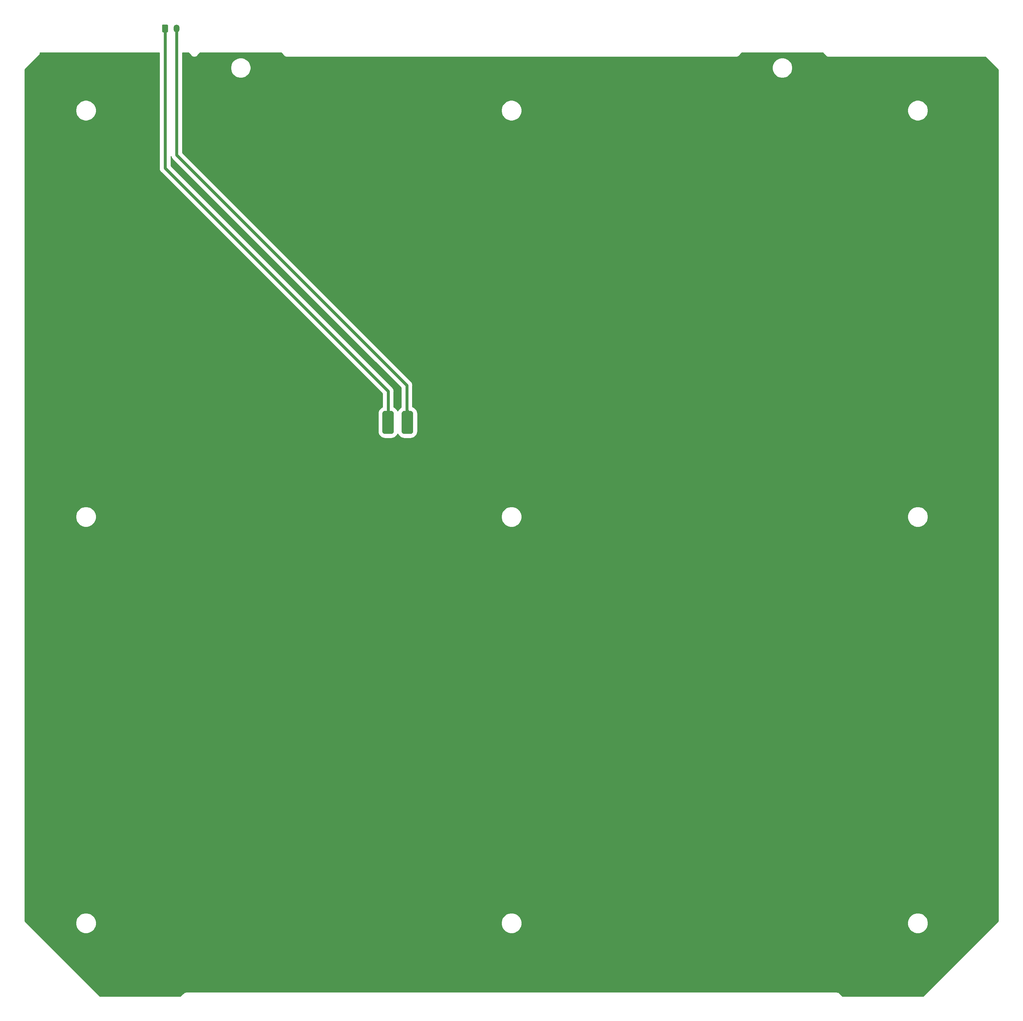
<source format=gbr>
%TF.GenerationSoftware,KiCad,Pcbnew,5.1.5*%
%TF.CreationDate,2020-05-06T17:45:38-07:00*%
%TF.ProjectId,Heatbed-MK52,48656174-6265-4642-9d4d-4b35322e6b69,rev?*%
%TF.SameCoordinates,Original*%
%TF.FileFunction,Copper,L2,Bot*%
%TF.FilePolarity,Positive*%
%FSLAX46Y46*%
G04 Gerber Fmt 4.6, Leading zero omitted, Abs format (unit mm)*
G04 Created by KiCad (PCBNEW 5.1.5) date 2020-05-06 17:45:38*
%MOMM*%
%LPD*%
G04 APERTURE LIST*
%TA.AperFunction,ComponentPad*%
%ADD10C,0.100000*%
%TD*%
%TA.AperFunction,ComponentPad*%
%ADD11O,1.500000X2.020000*%
%TD*%
%TA.AperFunction,SMDPad,CuDef*%
%ADD12C,0.100000*%
%TD*%
%TA.AperFunction,Conductor*%
%ADD13C,0.766000*%
%TD*%
%TA.AperFunction,NonConductor*%
%ADD14C,0.254000*%
%TD*%
G04 APERTURE END LIST*
%TA.AperFunction,ComponentPad*%
D10*
%TO.P,J1,1*%
%TO.N,Net-(J1-Pad1)*%
G36*
X37994504Y242198796D02*
G01*
X38018773Y242195196D01*
X38042571Y242189235D01*
X38065671Y242180970D01*
X38087849Y242170480D01*
X38108893Y242157867D01*
X38128598Y242143253D01*
X38146777Y242126777D01*
X38163253Y242108598D01*
X38177867Y242088893D01*
X38190480Y242067849D01*
X38200970Y242045671D01*
X38209235Y242022571D01*
X38215196Y241998773D01*
X38218796Y241974504D01*
X38220000Y241950000D01*
X38220000Y240430000D01*
X38218796Y240405496D01*
X38215196Y240381227D01*
X38209235Y240357429D01*
X38200970Y240334329D01*
X38190480Y240312151D01*
X38177867Y240291107D01*
X38163253Y240271402D01*
X38146777Y240253223D01*
X38128598Y240236747D01*
X38108893Y240222133D01*
X38087849Y240209520D01*
X38065671Y240199030D01*
X38042571Y240190765D01*
X38018773Y240184804D01*
X37994504Y240181204D01*
X37970000Y240180000D01*
X36970000Y240180000D01*
X36945496Y240181204D01*
X36921227Y240184804D01*
X36897429Y240190765D01*
X36874329Y240199030D01*
X36852151Y240209520D01*
X36831107Y240222133D01*
X36811402Y240236747D01*
X36793223Y240253223D01*
X36776747Y240271402D01*
X36762133Y240291107D01*
X36749520Y240312151D01*
X36739030Y240334329D01*
X36730765Y240357429D01*
X36724804Y240381227D01*
X36721204Y240405496D01*
X36720000Y240430000D01*
X36720000Y241950000D01*
X36721204Y241974504D01*
X36724804Y241998773D01*
X36730765Y242022571D01*
X36739030Y242045671D01*
X36749520Y242067849D01*
X36762133Y242088893D01*
X36776747Y242108598D01*
X36793223Y242126777D01*
X36811402Y242143253D01*
X36831107Y242157867D01*
X36852151Y242170480D01*
X36874329Y242180970D01*
X36897429Y242189235D01*
X36921227Y242195196D01*
X36945496Y242198796D01*
X36970000Y242200000D01*
X37970000Y242200000D01*
X37994504Y242198796D01*
G37*
%TD.AperFunction*%
D11*
%TO.P,J1,2*%
%TO.N,Net-(J1-Pad2)*%
X40470000Y241190000D03*
%TD*%
%TA.AperFunction,SMDPad,CuDef*%
D12*
%TO.P,J2,1*%
%TO.N,Net-(J1-Pad1)*%
G36*
X95923513Y142396389D02*
G01*
X95996318Y142385589D01*
X96067714Y142367705D01*
X96137013Y142342910D01*
X96203548Y142311441D01*
X96266678Y142273602D01*
X96325795Y142229758D01*
X96380330Y142180330D01*
X96429758Y142125795D01*
X96473602Y142066678D01*
X96511441Y142003548D01*
X96542910Y141937013D01*
X96567705Y141867714D01*
X96585589Y141796318D01*
X96596389Y141723513D01*
X96600000Y141650000D01*
X96600000Y137150000D01*
X96596389Y137076487D01*
X96585589Y137003682D01*
X96567705Y136932286D01*
X96542910Y136862987D01*
X96511441Y136796452D01*
X96473602Y136733322D01*
X96429758Y136674205D01*
X96380330Y136619670D01*
X96325795Y136570242D01*
X96266678Y136526398D01*
X96203548Y136488559D01*
X96137013Y136457090D01*
X96067714Y136432295D01*
X95996318Y136414411D01*
X95923513Y136403611D01*
X95850000Y136400000D01*
X94350000Y136400000D01*
X94276487Y136403611D01*
X94203682Y136414411D01*
X94132286Y136432295D01*
X94062987Y136457090D01*
X93996452Y136488559D01*
X93933322Y136526398D01*
X93874205Y136570242D01*
X93819670Y136619670D01*
X93770242Y136674205D01*
X93726398Y136733322D01*
X93688559Y136796452D01*
X93657090Y136862987D01*
X93632295Y136932286D01*
X93614411Y137003682D01*
X93603611Y137076487D01*
X93600000Y137150000D01*
X93600000Y141650000D01*
X93603611Y141723513D01*
X93614411Y141796318D01*
X93632295Y141867714D01*
X93657090Y141937013D01*
X93688559Y142003548D01*
X93726398Y142066678D01*
X93770242Y142125795D01*
X93819670Y142180330D01*
X93874205Y142229758D01*
X93933322Y142273602D01*
X93996452Y142311441D01*
X94062987Y142342910D01*
X94132286Y142367705D01*
X94203682Y142385589D01*
X94276487Y142396389D01*
X94350000Y142400000D01*
X95850000Y142400000D01*
X95923513Y142396389D01*
G37*
%TD.AperFunction*%
%TA.AperFunction,SMDPad,CuDef*%
%TO.P,J2,2*%
%TO.N,Net-(J1-Pad2)*%
G36*
X100923513Y142396389D02*
G01*
X100996318Y142385589D01*
X101067714Y142367705D01*
X101137013Y142342910D01*
X101203548Y142311441D01*
X101266678Y142273602D01*
X101325795Y142229758D01*
X101380330Y142180330D01*
X101429758Y142125795D01*
X101473602Y142066678D01*
X101511441Y142003548D01*
X101542910Y141937013D01*
X101567705Y141867714D01*
X101585589Y141796318D01*
X101596389Y141723513D01*
X101600000Y141650000D01*
X101600000Y137150000D01*
X101596389Y137076487D01*
X101585589Y137003682D01*
X101567705Y136932286D01*
X101542910Y136862987D01*
X101511441Y136796452D01*
X101473602Y136733322D01*
X101429758Y136674205D01*
X101380330Y136619670D01*
X101325795Y136570242D01*
X101266678Y136526398D01*
X101203548Y136488559D01*
X101137013Y136457090D01*
X101067714Y136432295D01*
X100996318Y136414411D01*
X100923513Y136403611D01*
X100850000Y136400000D01*
X99350000Y136400000D01*
X99276487Y136403611D01*
X99203682Y136414411D01*
X99132286Y136432295D01*
X99062987Y136457090D01*
X98996452Y136488559D01*
X98933322Y136526398D01*
X98874205Y136570242D01*
X98819670Y136619670D01*
X98770242Y136674205D01*
X98726398Y136733322D01*
X98688559Y136796452D01*
X98657090Y136862987D01*
X98632295Y136932286D01*
X98614411Y137003682D01*
X98603611Y137076487D01*
X98600000Y137150000D01*
X98600000Y141650000D01*
X98603611Y141723513D01*
X98614411Y141796318D01*
X98632295Y141867714D01*
X98657090Y141937013D01*
X98688559Y142003548D01*
X98726398Y142066678D01*
X98770242Y142125795D01*
X98819670Y142180330D01*
X98874205Y142229758D01*
X98933322Y142273602D01*
X98996452Y142311441D01*
X99062987Y142342910D01*
X99132286Y142367705D01*
X99203682Y142385589D01*
X99276487Y142396389D01*
X99350000Y142400000D01*
X100850000Y142400000D01*
X100923513Y142396389D01*
G37*
%TD.AperFunction*%
%TD*%
D13*
%TO.N,Net-(J1-Pad1)*%
X95100000Y139400000D02*
X95100000Y147470000D01*
X37470000Y205100000D02*
X37470000Y241190000D01*
X95100000Y147470000D02*
X37470000Y205100000D01*
%TO.N,Net-(J1-Pad2)*%
X100100000Y142400000D02*
X99930000Y142570000D01*
X100100000Y139400000D02*
X100100000Y142400000D01*
X99930000Y142570000D02*
X99930000Y148990000D01*
X40470000Y208450000D02*
X40470000Y241190000D01*
X99930000Y148990000D02*
X40470000Y208450000D01*
%TD*%
D14*
G36*
X35960000Y205174170D02*
G01*
X35952695Y205100000D01*
X35960000Y205025830D01*
X35960000Y205025823D01*
X35981849Y204803989D01*
X36068192Y204519353D01*
X36208406Y204257031D01*
X36397103Y204027103D01*
X36454721Y203979817D01*
X93590001Y146844536D01*
X93590000Y143367985D01*
X93304165Y143215202D01*
X93018905Y142981095D01*
X92784798Y142695835D01*
X92610840Y142370384D01*
X92503718Y142017248D01*
X92467547Y141650000D01*
X92467547Y137150000D01*
X92503718Y136782752D01*
X92610840Y136429616D01*
X92784798Y136104165D01*
X93018905Y135818905D01*
X93304165Y135584798D01*
X93629616Y135410840D01*
X93982752Y135303718D01*
X94350000Y135267547D01*
X95850000Y135267547D01*
X96217248Y135303718D01*
X96570384Y135410840D01*
X96895835Y135584798D01*
X97181095Y135818905D01*
X97415202Y136104165D01*
X97589160Y136429616D01*
X97600000Y136465351D01*
X97610840Y136429616D01*
X97784798Y136104165D01*
X98018905Y135818905D01*
X98304165Y135584798D01*
X98629616Y135410840D01*
X98982752Y135303718D01*
X99350000Y135267547D01*
X100850000Y135267547D01*
X101217248Y135303718D01*
X101570384Y135410840D01*
X101895835Y135584798D01*
X102181095Y135818905D01*
X102415202Y136104165D01*
X102589160Y136429616D01*
X102696282Y136782752D01*
X102732453Y137150000D01*
X102732453Y141650000D01*
X102696282Y142017248D01*
X102589160Y142370384D01*
X102415202Y142695835D01*
X102181095Y142981095D01*
X101895835Y143215202D01*
X101570384Y143389160D01*
X101440000Y143428711D01*
X101440000Y148915830D01*
X101447305Y148990001D01*
X101440000Y149064172D01*
X101440000Y149064178D01*
X101418151Y149286012D01*
X101331808Y149570648D01*
X101191594Y149832970D01*
X101002897Y150062897D01*
X100945279Y150110183D01*
X41980000Y209075462D01*
X41980000Y220263662D01*
X124323000Y220263662D01*
X124323000Y219736338D01*
X124425875Y219219148D01*
X124627673Y218731965D01*
X124920638Y218293512D01*
X125293512Y217920638D01*
X125731965Y217627673D01*
X126219148Y217425875D01*
X126736338Y217323000D01*
X127263662Y217323000D01*
X127780852Y217425875D01*
X128268035Y217627673D01*
X128706488Y217920638D01*
X129079362Y218293512D01*
X129372327Y218731965D01*
X129574125Y219219148D01*
X129677000Y219736338D01*
X129677000Y220263662D01*
X229323000Y220263662D01*
X229323000Y219736338D01*
X229425875Y219219148D01*
X229627673Y218731965D01*
X229920638Y218293512D01*
X230293512Y217920638D01*
X230731965Y217627673D01*
X231219148Y217425875D01*
X231736338Y217323000D01*
X232263662Y217323000D01*
X232780852Y217425875D01*
X233268035Y217627673D01*
X233706488Y217920638D01*
X234079362Y218293512D01*
X234372327Y218731965D01*
X234574125Y219219148D01*
X234677000Y219736338D01*
X234677000Y220263662D01*
X234574125Y220780852D01*
X234372327Y221268035D01*
X234079362Y221706488D01*
X233706488Y222079362D01*
X233268035Y222372327D01*
X232780852Y222574125D01*
X232263662Y222677000D01*
X231736338Y222677000D01*
X231219148Y222574125D01*
X230731965Y222372327D01*
X230293512Y222079362D01*
X229920638Y221706488D01*
X229627673Y221268035D01*
X229425875Y220780852D01*
X229323000Y220263662D01*
X129677000Y220263662D01*
X129574125Y220780852D01*
X129372327Y221268035D01*
X129079362Y221706488D01*
X128706488Y222079362D01*
X128268035Y222372327D01*
X127780852Y222574125D01*
X127263662Y222677000D01*
X126736338Y222677000D01*
X126219148Y222574125D01*
X125731965Y222372327D01*
X125293512Y222079362D01*
X124920638Y221706488D01*
X124627673Y221268035D01*
X124425875Y220780852D01*
X124323000Y220263662D01*
X41980000Y220263662D01*
X41980000Y231258737D01*
X54373000Y231258737D01*
X54373000Y230741263D01*
X54473954Y230233732D01*
X54671983Y229755649D01*
X54959476Y229325385D01*
X55325385Y228959476D01*
X55755649Y228671983D01*
X56233732Y228473954D01*
X56741263Y228373000D01*
X57258737Y228373000D01*
X57766268Y228473954D01*
X58244351Y228671983D01*
X58674615Y228959476D01*
X59040524Y229325385D01*
X59328017Y229755649D01*
X59526046Y230233732D01*
X59627000Y230741263D01*
X59627000Y231258737D01*
X194373000Y231258737D01*
X194373000Y230741263D01*
X194473954Y230233732D01*
X194671983Y229755649D01*
X194959476Y229325385D01*
X195325385Y228959476D01*
X195755649Y228671983D01*
X196233732Y228473954D01*
X196741263Y228373000D01*
X197258737Y228373000D01*
X197766268Y228473954D01*
X198244351Y228671983D01*
X198674615Y228959476D01*
X199040524Y229325385D01*
X199328017Y229755649D01*
X199526046Y230233732D01*
X199627000Y230741263D01*
X199627000Y231258737D01*
X199526046Y231766268D01*
X199328017Y232244351D01*
X199040524Y232674615D01*
X198674615Y233040524D01*
X198244351Y233328017D01*
X197766268Y233526046D01*
X197258737Y233627000D01*
X196741263Y233627000D01*
X196233732Y233526046D01*
X195755649Y233328017D01*
X195325385Y233040524D01*
X194959476Y232674615D01*
X194671983Y232244351D01*
X194473954Y231766268D01*
X194373000Y231258737D01*
X59627000Y231258737D01*
X59526046Y231766268D01*
X59328017Y232244351D01*
X59040524Y232674615D01*
X58674615Y233040524D01*
X58244351Y233328017D01*
X57766268Y233526046D01*
X57258737Y233627000D01*
X56741263Y233627000D01*
X56233732Y233526046D01*
X55755649Y233328017D01*
X55325385Y233040524D01*
X54959476Y232674615D01*
X54671983Y232244351D01*
X54473954Y231766268D01*
X54373000Y231258737D01*
X41980000Y231258737D01*
X41980000Y234873000D01*
X43462471Y234873000D01*
X44126866Y234208604D01*
X44163710Y234163710D01*
X44208603Y234126867D01*
X44208614Y234126856D01*
X44342930Y234016626D01*
X44547402Y233907334D01*
X44769268Y233840031D01*
X45000000Y233817306D01*
X45230732Y233840031D01*
X45452598Y233907334D01*
X45657070Y234016626D01*
X45836291Y234163709D01*
X45873151Y234208623D01*
X46537528Y234873000D01*
X67462471Y234873000D01*
X67922487Y234412984D01*
X67974851Y234315017D01*
X68128183Y234128183D01*
X68315017Y233974851D01*
X68528176Y233860916D01*
X68759466Y233790755D01*
X68939732Y233773000D01*
X185060268Y233773000D01*
X185240534Y233790755D01*
X185471824Y233860916D01*
X185684983Y233974851D01*
X185871817Y234128183D01*
X186025149Y234315017D01*
X186077514Y234412986D01*
X186537528Y234873000D01*
X207462471Y234873000D01*
X207922487Y234412984D01*
X207974851Y234315017D01*
X208128183Y234128183D01*
X208315017Y233974851D01*
X208528176Y233860916D01*
X208759466Y233790755D01*
X208939732Y233773000D01*
X249491761Y233773000D01*
X252773001Y230491759D01*
X252773000Y10508240D01*
X233391761Y-8873000D01*
X212608239Y-8873000D01*
X211910239Y-8175000D01*
X211871817Y-8128183D01*
X211684983Y-7974851D01*
X211471824Y-7860916D01*
X211240534Y-7790755D01*
X211060268Y-7773000D01*
X211060260Y-7773000D01*
X211000000Y-7767065D01*
X210939740Y-7773000D01*
X43060259Y-7773000D01*
X42999999Y-7767065D01*
X42939739Y-7773000D01*
X42939732Y-7773000D01*
X42759466Y-7790755D01*
X42528176Y-7860916D01*
X42315017Y-7974851D01*
X42128183Y-8128183D01*
X42089765Y-8174995D01*
X41391760Y-8873000D01*
X20608240Y-8873000D01*
X1471578Y10263662D01*
X14323000Y10263662D01*
X14323000Y9736338D01*
X14425875Y9219148D01*
X14627673Y8731965D01*
X14920638Y8293512D01*
X15293512Y7920638D01*
X15731965Y7627673D01*
X16219148Y7425875D01*
X16736338Y7323000D01*
X17263662Y7323000D01*
X17780852Y7425875D01*
X18268035Y7627673D01*
X18706488Y7920638D01*
X19079362Y8293512D01*
X19372327Y8731965D01*
X19574125Y9219148D01*
X19677000Y9736338D01*
X19677000Y10263662D01*
X124323000Y10263662D01*
X124323000Y9736338D01*
X124425875Y9219148D01*
X124627673Y8731965D01*
X124920638Y8293512D01*
X125293512Y7920638D01*
X125731965Y7627673D01*
X126219148Y7425875D01*
X126736338Y7323000D01*
X127263662Y7323000D01*
X127780852Y7425875D01*
X128268035Y7627673D01*
X128706488Y7920638D01*
X129079362Y8293512D01*
X129372327Y8731965D01*
X129574125Y9219148D01*
X129677000Y9736338D01*
X129677000Y10263662D01*
X229323000Y10263662D01*
X229323000Y9736338D01*
X229425875Y9219148D01*
X229627673Y8731965D01*
X229920638Y8293512D01*
X230293512Y7920638D01*
X230731965Y7627673D01*
X231219148Y7425875D01*
X231736338Y7323000D01*
X232263662Y7323000D01*
X232780852Y7425875D01*
X233268035Y7627673D01*
X233706488Y7920638D01*
X234079362Y8293512D01*
X234372327Y8731965D01*
X234574125Y9219148D01*
X234677000Y9736338D01*
X234677000Y10263662D01*
X234574125Y10780852D01*
X234372327Y11268035D01*
X234079362Y11706488D01*
X233706488Y12079362D01*
X233268035Y12372327D01*
X232780852Y12574125D01*
X232263662Y12677000D01*
X231736338Y12677000D01*
X231219148Y12574125D01*
X230731965Y12372327D01*
X230293512Y12079362D01*
X229920638Y11706488D01*
X229627673Y11268035D01*
X229425875Y10780852D01*
X229323000Y10263662D01*
X129677000Y10263662D01*
X129574125Y10780852D01*
X129372327Y11268035D01*
X129079362Y11706488D01*
X128706488Y12079362D01*
X128268035Y12372327D01*
X127780852Y12574125D01*
X127263662Y12677000D01*
X126736338Y12677000D01*
X126219148Y12574125D01*
X125731965Y12372327D01*
X125293512Y12079362D01*
X124920638Y11706488D01*
X124627673Y11268035D01*
X124425875Y10780852D01*
X124323000Y10263662D01*
X19677000Y10263662D01*
X19574125Y10780852D01*
X19372327Y11268035D01*
X19079362Y11706488D01*
X18706488Y12079362D01*
X18268035Y12372327D01*
X17780852Y12574125D01*
X17263662Y12677000D01*
X16736338Y12677000D01*
X16219148Y12574125D01*
X15731965Y12372327D01*
X15293512Y12079362D01*
X14920638Y11706488D01*
X14627673Y11268035D01*
X14425875Y10780852D01*
X14323000Y10263662D01*
X1471578Y10263662D01*
X1227000Y10508239D01*
X1227000Y115263662D01*
X14323000Y115263662D01*
X14323000Y114736338D01*
X14425875Y114219148D01*
X14627673Y113731965D01*
X14920638Y113293512D01*
X15293512Y112920638D01*
X15731965Y112627673D01*
X16219148Y112425875D01*
X16736338Y112323000D01*
X17263662Y112323000D01*
X17780852Y112425875D01*
X18268035Y112627673D01*
X18706488Y112920638D01*
X19079362Y113293512D01*
X19372327Y113731965D01*
X19574125Y114219148D01*
X19677000Y114736338D01*
X19677000Y115263662D01*
X124323000Y115263662D01*
X124323000Y114736338D01*
X124425875Y114219148D01*
X124627673Y113731965D01*
X124920638Y113293512D01*
X125293512Y112920638D01*
X125731965Y112627673D01*
X126219148Y112425875D01*
X126736338Y112323000D01*
X127263662Y112323000D01*
X127780852Y112425875D01*
X128268035Y112627673D01*
X128706488Y112920638D01*
X129079362Y113293512D01*
X129372327Y113731965D01*
X129574125Y114219148D01*
X129677000Y114736338D01*
X129677000Y115263662D01*
X229323000Y115263662D01*
X229323000Y114736338D01*
X229425875Y114219148D01*
X229627673Y113731965D01*
X229920638Y113293512D01*
X230293512Y112920638D01*
X230731965Y112627673D01*
X231219148Y112425875D01*
X231736338Y112323000D01*
X232263662Y112323000D01*
X232780852Y112425875D01*
X233268035Y112627673D01*
X233706488Y112920638D01*
X234079362Y113293512D01*
X234372327Y113731965D01*
X234574125Y114219148D01*
X234677000Y114736338D01*
X234677000Y115263662D01*
X234574125Y115780852D01*
X234372327Y116268035D01*
X234079362Y116706488D01*
X233706488Y117079362D01*
X233268035Y117372327D01*
X232780852Y117574125D01*
X232263662Y117677000D01*
X231736338Y117677000D01*
X231219148Y117574125D01*
X230731965Y117372327D01*
X230293512Y117079362D01*
X229920638Y116706488D01*
X229627673Y116268035D01*
X229425875Y115780852D01*
X229323000Y115263662D01*
X129677000Y115263662D01*
X129574125Y115780852D01*
X129372327Y116268035D01*
X129079362Y116706488D01*
X128706488Y117079362D01*
X128268035Y117372327D01*
X127780852Y117574125D01*
X127263662Y117677000D01*
X126736338Y117677000D01*
X126219148Y117574125D01*
X125731965Y117372327D01*
X125293512Y117079362D01*
X124920638Y116706488D01*
X124627673Y116268035D01*
X124425875Y115780852D01*
X124323000Y115263662D01*
X19677000Y115263662D01*
X19574125Y115780852D01*
X19372327Y116268035D01*
X19079362Y116706488D01*
X18706488Y117079362D01*
X18268035Y117372327D01*
X17780852Y117574125D01*
X17263662Y117677000D01*
X16736338Y117677000D01*
X16219148Y117574125D01*
X15731965Y117372327D01*
X15293512Y117079362D01*
X14920638Y116706488D01*
X14627673Y116268035D01*
X14425875Y115780852D01*
X14323000Y115263662D01*
X1227000Y115263662D01*
X1227000Y220263662D01*
X14323000Y220263662D01*
X14323000Y219736338D01*
X14425875Y219219148D01*
X14627673Y218731965D01*
X14920638Y218293512D01*
X15293512Y217920638D01*
X15731965Y217627673D01*
X16219148Y217425875D01*
X16736338Y217323000D01*
X17263662Y217323000D01*
X17780852Y217425875D01*
X18268035Y217627673D01*
X18706488Y217920638D01*
X19079362Y218293512D01*
X19372327Y218731965D01*
X19574125Y219219148D01*
X19677000Y219736338D01*
X19677000Y220263662D01*
X19574125Y220780852D01*
X19372327Y221268035D01*
X19079362Y221706488D01*
X18706488Y222079362D01*
X18268035Y222372327D01*
X17780852Y222574125D01*
X17263662Y222677000D01*
X16736338Y222677000D01*
X16219148Y222574125D01*
X15731965Y222372327D01*
X15293512Y222079362D01*
X14920638Y221706488D01*
X14627673Y221268035D01*
X14425875Y220780852D01*
X14323000Y220263662D01*
X1227000Y220263662D01*
X1227000Y230562472D01*
X4791386Y234126857D01*
X4836291Y234163709D01*
X4983374Y234342930D01*
X5092667Y234547403D01*
X5159969Y234769268D01*
X5170186Y234873000D01*
X35960001Y234873000D01*
X35960000Y205174170D01*
G37*
X35960000Y205174170D02*
X35952695Y205100000D01*
X35960000Y205025830D01*
X35960000Y205025823D01*
X35981849Y204803989D01*
X36068192Y204519353D01*
X36208406Y204257031D01*
X36397103Y204027103D01*
X36454721Y203979817D01*
X93590001Y146844536D01*
X93590000Y143367985D01*
X93304165Y143215202D01*
X93018905Y142981095D01*
X92784798Y142695835D01*
X92610840Y142370384D01*
X92503718Y142017248D01*
X92467547Y141650000D01*
X92467547Y137150000D01*
X92503718Y136782752D01*
X92610840Y136429616D01*
X92784798Y136104165D01*
X93018905Y135818905D01*
X93304165Y135584798D01*
X93629616Y135410840D01*
X93982752Y135303718D01*
X94350000Y135267547D01*
X95850000Y135267547D01*
X96217248Y135303718D01*
X96570384Y135410840D01*
X96895835Y135584798D01*
X97181095Y135818905D01*
X97415202Y136104165D01*
X97589160Y136429616D01*
X97600000Y136465351D01*
X97610840Y136429616D01*
X97784798Y136104165D01*
X98018905Y135818905D01*
X98304165Y135584798D01*
X98629616Y135410840D01*
X98982752Y135303718D01*
X99350000Y135267547D01*
X100850000Y135267547D01*
X101217248Y135303718D01*
X101570384Y135410840D01*
X101895835Y135584798D01*
X102181095Y135818905D01*
X102415202Y136104165D01*
X102589160Y136429616D01*
X102696282Y136782752D01*
X102732453Y137150000D01*
X102732453Y141650000D01*
X102696282Y142017248D01*
X102589160Y142370384D01*
X102415202Y142695835D01*
X102181095Y142981095D01*
X101895835Y143215202D01*
X101570384Y143389160D01*
X101440000Y143428711D01*
X101440000Y148915830D01*
X101447305Y148990001D01*
X101440000Y149064172D01*
X101440000Y149064178D01*
X101418151Y149286012D01*
X101331808Y149570648D01*
X101191594Y149832970D01*
X101002897Y150062897D01*
X100945279Y150110183D01*
X41980000Y209075462D01*
X41980000Y220263662D01*
X124323000Y220263662D01*
X124323000Y219736338D01*
X124425875Y219219148D01*
X124627673Y218731965D01*
X124920638Y218293512D01*
X125293512Y217920638D01*
X125731965Y217627673D01*
X126219148Y217425875D01*
X126736338Y217323000D01*
X127263662Y217323000D01*
X127780852Y217425875D01*
X128268035Y217627673D01*
X128706488Y217920638D01*
X129079362Y218293512D01*
X129372327Y218731965D01*
X129574125Y219219148D01*
X129677000Y219736338D01*
X129677000Y220263662D01*
X229323000Y220263662D01*
X229323000Y219736338D01*
X229425875Y219219148D01*
X229627673Y218731965D01*
X229920638Y218293512D01*
X230293512Y217920638D01*
X230731965Y217627673D01*
X231219148Y217425875D01*
X231736338Y217323000D01*
X232263662Y217323000D01*
X232780852Y217425875D01*
X233268035Y217627673D01*
X233706488Y217920638D01*
X234079362Y218293512D01*
X234372327Y218731965D01*
X234574125Y219219148D01*
X234677000Y219736338D01*
X234677000Y220263662D01*
X234574125Y220780852D01*
X234372327Y221268035D01*
X234079362Y221706488D01*
X233706488Y222079362D01*
X233268035Y222372327D01*
X232780852Y222574125D01*
X232263662Y222677000D01*
X231736338Y222677000D01*
X231219148Y222574125D01*
X230731965Y222372327D01*
X230293512Y222079362D01*
X229920638Y221706488D01*
X229627673Y221268035D01*
X229425875Y220780852D01*
X229323000Y220263662D01*
X129677000Y220263662D01*
X129574125Y220780852D01*
X129372327Y221268035D01*
X129079362Y221706488D01*
X128706488Y222079362D01*
X128268035Y222372327D01*
X127780852Y222574125D01*
X127263662Y222677000D01*
X126736338Y222677000D01*
X126219148Y222574125D01*
X125731965Y222372327D01*
X125293512Y222079362D01*
X124920638Y221706488D01*
X124627673Y221268035D01*
X124425875Y220780852D01*
X124323000Y220263662D01*
X41980000Y220263662D01*
X41980000Y231258737D01*
X54373000Y231258737D01*
X54373000Y230741263D01*
X54473954Y230233732D01*
X54671983Y229755649D01*
X54959476Y229325385D01*
X55325385Y228959476D01*
X55755649Y228671983D01*
X56233732Y228473954D01*
X56741263Y228373000D01*
X57258737Y228373000D01*
X57766268Y228473954D01*
X58244351Y228671983D01*
X58674615Y228959476D01*
X59040524Y229325385D01*
X59328017Y229755649D01*
X59526046Y230233732D01*
X59627000Y230741263D01*
X59627000Y231258737D01*
X194373000Y231258737D01*
X194373000Y230741263D01*
X194473954Y230233732D01*
X194671983Y229755649D01*
X194959476Y229325385D01*
X195325385Y228959476D01*
X195755649Y228671983D01*
X196233732Y228473954D01*
X196741263Y228373000D01*
X197258737Y228373000D01*
X197766268Y228473954D01*
X198244351Y228671983D01*
X198674615Y228959476D01*
X199040524Y229325385D01*
X199328017Y229755649D01*
X199526046Y230233732D01*
X199627000Y230741263D01*
X199627000Y231258737D01*
X199526046Y231766268D01*
X199328017Y232244351D01*
X199040524Y232674615D01*
X198674615Y233040524D01*
X198244351Y233328017D01*
X197766268Y233526046D01*
X197258737Y233627000D01*
X196741263Y233627000D01*
X196233732Y233526046D01*
X195755649Y233328017D01*
X195325385Y233040524D01*
X194959476Y232674615D01*
X194671983Y232244351D01*
X194473954Y231766268D01*
X194373000Y231258737D01*
X59627000Y231258737D01*
X59526046Y231766268D01*
X59328017Y232244351D01*
X59040524Y232674615D01*
X58674615Y233040524D01*
X58244351Y233328017D01*
X57766268Y233526046D01*
X57258737Y233627000D01*
X56741263Y233627000D01*
X56233732Y233526046D01*
X55755649Y233328017D01*
X55325385Y233040524D01*
X54959476Y232674615D01*
X54671983Y232244351D01*
X54473954Y231766268D01*
X54373000Y231258737D01*
X41980000Y231258737D01*
X41980000Y234873000D01*
X43462471Y234873000D01*
X44126866Y234208604D01*
X44163710Y234163710D01*
X44208603Y234126867D01*
X44208614Y234126856D01*
X44342930Y234016626D01*
X44547402Y233907334D01*
X44769268Y233840031D01*
X45000000Y233817306D01*
X45230732Y233840031D01*
X45452598Y233907334D01*
X45657070Y234016626D01*
X45836291Y234163709D01*
X45873151Y234208623D01*
X46537528Y234873000D01*
X67462471Y234873000D01*
X67922487Y234412984D01*
X67974851Y234315017D01*
X68128183Y234128183D01*
X68315017Y233974851D01*
X68528176Y233860916D01*
X68759466Y233790755D01*
X68939732Y233773000D01*
X185060268Y233773000D01*
X185240534Y233790755D01*
X185471824Y233860916D01*
X185684983Y233974851D01*
X185871817Y234128183D01*
X186025149Y234315017D01*
X186077514Y234412986D01*
X186537528Y234873000D01*
X207462471Y234873000D01*
X207922487Y234412984D01*
X207974851Y234315017D01*
X208128183Y234128183D01*
X208315017Y233974851D01*
X208528176Y233860916D01*
X208759466Y233790755D01*
X208939732Y233773000D01*
X249491761Y233773000D01*
X252773001Y230491759D01*
X252773000Y10508240D01*
X233391761Y-8873000D01*
X212608239Y-8873000D01*
X211910239Y-8175000D01*
X211871817Y-8128183D01*
X211684983Y-7974851D01*
X211471824Y-7860916D01*
X211240534Y-7790755D01*
X211060268Y-7773000D01*
X211060260Y-7773000D01*
X211000000Y-7767065D01*
X210939740Y-7773000D01*
X43060259Y-7773000D01*
X42999999Y-7767065D01*
X42939739Y-7773000D01*
X42939732Y-7773000D01*
X42759466Y-7790755D01*
X42528176Y-7860916D01*
X42315017Y-7974851D01*
X42128183Y-8128183D01*
X42089765Y-8174995D01*
X41391760Y-8873000D01*
X20608240Y-8873000D01*
X1471578Y10263662D01*
X14323000Y10263662D01*
X14323000Y9736338D01*
X14425875Y9219148D01*
X14627673Y8731965D01*
X14920638Y8293512D01*
X15293512Y7920638D01*
X15731965Y7627673D01*
X16219148Y7425875D01*
X16736338Y7323000D01*
X17263662Y7323000D01*
X17780852Y7425875D01*
X18268035Y7627673D01*
X18706488Y7920638D01*
X19079362Y8293512D01*
X19372327Y8731965D01*
X19574125Y9219148D01*
X19677000Y9736338D01*
X19677000Y10263662D01*
X124323000Y10263662D01*
X124323000Y9736338D01*
X124425875Y9219148D01*
X124627673Y8731965D01*
X124920638Y8293512D01*
X125293512Y7920638D01*
X125731965Y7627673D01*
X126219148Y7425875D01*
X126736338Y7323000D01*
X127263662Y7323000D01*
X127780852Y7425875D01*
X128268035Y7627673D01*
X128706488Y7920638D01*
X129079362Y8293512D01*
X129372327Y8731965D01*
X129574125Y9219148D01*
X129677000Y9736338D01*
X129677000Y10263662D01*
X229323000Y10263662D01*
X229323000Y9736338D01*
X229425875Y9219148D01*
X229627673Y8731965D01*
X229920638Y8293512D01*
X230293512Y7920638D01*
X230731965Y7627673D01*
X231219148Y7425875D01*
X231736338Y7323000D01*
X232263662Y7323000D01*
X232780852Y7425875D01*
X233268035Y7627673D01*
X233706488Y7920638D01*
X234079362Y8293512D01*
X234372327Y8731965D01*
X234574125Y9219148D01*
X234677000Y9736338D01*
X234677000Y10263662D01*
X234574125Y10780852D01*
X234372327Y11268035D01*
X234079362Y11706488D01*
X233706488Y12079362D01*
X233268035Y12372327D01*
X232780852Y12574125D01*
X232263662Y12677000D01*
X231736338Y12677000D01*
X231219148Y12574125D01*
X230731965Y12372327D01*
X230293512Y12079362D01*
X229920638Y11706488D01*
X229627673Y11268035D01*
X229425875Y10780852D01*
X229323000Y10263662D01*
X129677000Y10263662D01*
X129574125Y10780852D01*
X129372327Y11268035D01*
X129079362Y11706488D01*
X128706488Y12079362D01*
X128268035Y12372327D01*
X127780852Y12574125D01*
X127263662Y12677000D01*
X126736338Y12677000D01*
X126219148Y12574125D01*
X125731965Y12372327D01*
X125293512Y12079362D01*
X124920638Y11706488D01*
X124627673Y11268035D01*
X124425875Y10780852D01*
X124323000Y10263662D01*
X19677000Y10263662D01*
X19574125Y10780852D01*
X19372327Y11268035D01*
X19079362Y11706488D01*
X18706488Y12079362D01*
X18268035Y12372327D01*
X17780852Y12574125D01*
X17263662Y12677000D01*
X16736338Y12677000D01*
X16219148Y12574125D01*
X15731965Y12372327D01*
X15293512Y12079362D01*
X14920638Y11706488D01*
X14627673Y11268035D01*
X14425875Y10780852D01*
X14323000Y10263662D01*
X1471578Y10263662D01*
X1227000Y10508239D01*
X1227000Y115263662D01*
X14323000Y115263662D01*
X14323000Y114736338D01*
X14425875Y114219148D01*
X14627673Y113731965D01*
X14920638Y113293512D01*
X15293512Y112920638D01*
X15731965Y112627673D01*
X16219148Y112425875D01*
X16736338Y112323000D01*
X17263662Y112323000D01*
X17780852Y112425875D01*
X18268035Y112627673D01*
X18706488Y112920638D01*
X19079362Y113293512D01*
X19372327Y113731965D01*
X19574125Y114219148D01*
X19677000Y114736338D01*
X19677000Y115263662D01*
X124323000Y115263662D01*
X124323000Y114736338D01*
X124425875Y114219148D01*
X124627673Y113731965D01*
X124920638Y113293512D01*
X125293512Y112920638D01*
X125731965Y112627673D01*
X126219148Y112425875D01*
X126736338Y112323000D01*
X127263662Y112323000D01*
X127780852Y112425875D01*
X128268035Y112627673D01*
X128706488Y112920638D01*
X129079362Y113293512D01*
X129372327Y113731965D01*
X129574125Y114219148D01*
X129677000Y114736338D01*
X129677000Y115263662D01*
X229323000Y115263662D01*
X229323000Y114736338D01*
X229425875Y114219148D01*
X229627673Y113731965D01*
X229920638Y113293512D01*
X230293512Y112920638D01*
X230731965Y112627673D01*
X231219148Y112425875D01*
X231736338Y112323000D01*
X232263662Y112323000D01*
X232780852Y112425875D01*
X233268035Y112627673D01*
X233706488Y112920638D01*
X234079362Y113293512D01*
X234372327Y113731965D01*
X234574125Y114219148D01*
X234677000Y114736338D01*
X234677000Y115263662D01*
X234574125Y115780852D01*
X234372327Y116268035D01*
X234079362Y116706488D01*
X233706488Y117079362D01*
X233268035Y117372327D01*
X232780852Y117574125D01*
X232263662Y117677000D01*
X231736338Y117677000D01*
X231219148Y117574125D01*
X230731965Y117372327D01*
X230293512Y117079362D01*
X229920638Y116706488D01*
X229627673Y116268035D01*
X229425875Y115780852D01*
X229323000Y115263662D01*
X129677000Y115263662D01*
X129574125Y115780852D01*
X129372327Y116268035D01*
X129079362Y116706488D01*
X128706488Y117079362D01*
X128268035Y117372327D01*
X127780852Y117574125D01*
X127263662Y117677000D01*
X126736338Y117677000D01*
X126219148Y117574125D01*
X125731965Y117372327D01*
X125293512Y117079362D01*
X124920638Y116706488D01*
X124627673Y116268035D01*
X124425875Y115780852D01*
X124323000Y115263662D01*
X19677000Y115263662D01*
X19574125Y115780852D01*
X19372327Y116268035D01*
X19079362Y116706488D01*
X18706488Y117079362D01*
X18268035Y117372327D01*
X17780852Y117574125D01*
X17263662Y117677000D01*
X16736338Y117677000D01*
X16219148Y117574125D01*
X15731965Y117372327D01*
X15293512Y117079362D01*
X14920638Y116706488D01*
X14627673Y116268035D01*
X14425875Y115780852D01*
X14323000Y115263662D01*
X1227000Y115263662D01*
X1227000Y220263662D01*
X14323000Y220263662D01*
X14323000Y219736338D01*
X14425875Y219219148D01*
X14627673Y218731965D01*
X14920638Y218293512D01*
X15293512Y217920638D01*
X15731965Y217627673D01*
X16219148Y217425875D01*
X16736338Y217323000D01*
X17263662Y217323000D01*
X17780852Y217425875D01*
X18268035Y217627673D01*
X18706488Y217920638D01*
X19079362Y218293512D01*
X19372327Y218731965D01*
X19574125Y219219148D01*
X19677000Y219736338D01*
X19677000Y220263662D01*
X19574125Y220780852D01*
X19372327Y221268035D01*
X19079362Y221706488D01*
X18706488Y222079362D01*
X18268035Y222372327D01*
X17780852Y222574125D01*
X17263662Y222677000D01*
X16736338Y222677000D01*
X16219148Y222574125D01*
X15731965Y222372327D01*
X15293512Y222079362D01*
X14920638Y221706488D01*
X14627673Y221268035D01*
X14425875Y220780852D01*
X14323000Y220263662D01*
X1227000Y220263662D01*
X1227000Y230562472D01*
X4791386Y234126857D01*
X4836291Y234163709D01*
X4983374Y234342930D01*
X5092667Y234547403D01*
X5159969Y234769268D01*
X5170186Y234873000D01*
X35960001Y234873000D01*
X35960000Y205174170D01*
G36*
X38981849Y208153989D02*
G01*
X39068192Y207869353D01*
X39208406Y207607031D01*
X39397103Y207377103D01*
X39454721Y207329817D01*
X98420001Y148364537D01*
X98420000Y143277117D01*
X98304165Y143215202D01*
X98018905Y142981095D01*
X97784798Y142695835D01*
X97610840Y142370384D01*
X97600000Y142334649D01*
X97589160Y142370384D01*
X97415202Y142695835D01*
X97181095Y142981095D01*
X96895835Y143215202D01*
X96610000Y143367985D01*
X96610000Y147395829D01*
X96617305Y147470000D01*
X96610000Y147544171D01*
X96610000Y147544178D01*
X96588151Y147766012D01*
X96501808Y148050648D01*
X96361594Y148312970D01*
X96220183Y148485280D01*
X96220179Y148485284D01*
X96172897Y148542897D01*
X96115284Y148590179D01*
X38980000Y205725462D01*
X38980000Y208172762D01*
X38981849Y208153989D01*
G37*
X38981849Y208153989D02*
X39068192Y207869353D01*
X39208406Y207607031D01*
X39397103Y207377103D01*
X39454721Y207329817D01*
X98420001Y148364537D01*
X98420000Y143277117D01*
X98304165Y143215202D01*
X98018905Y142981095D01*
X97784798Y142695835D01*
X97610840Y142370384D01*
X97600000Y142334649D01*
X97589160Y142370384D01*
X97415202Y142695835D01*
X97181095Y142981095D01*
X96895835Y143215202D01*
X96610000Y143367985D01*
X96610000Y147395829D01*
X96617305Y147470000D01*
X96610000Y147544171D01*
X96610000Y147544178D01*
X96588151Y147766012D01*
X96501808Y148050648D01*
X96361594Y148312970D01*
X96220183Y148485280D01*
X96220179Y148485284D01*
X96172897Y148542897D01*
X96115284Y148590179D01*
X38980000Y205725462D01*
X38980000Y208172762D01*
X38981849Y208153989D01*
M02*

</source>
